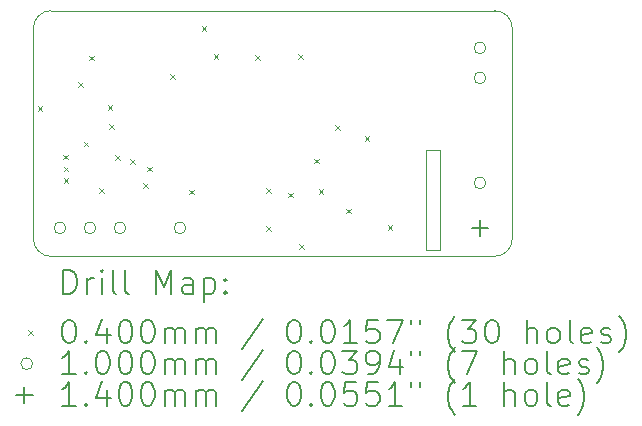
<source format=gbr>
%TF.GenerationSoftware,KiCad,Pcbnew,8.99.0-1513-g7fef6e8d83*%
%TF.CreationDate,2024-06-23T17:30:42+12:00*%
%TF.ProjectId,SafePulse,53616665-5075-46c7-9365-2e6b69636164,V1.2.4*%
%TF.SameCoordinates,PX78d49e0PY49c7f08*%
%TF.FileFunction,Drillmap*%
%TF.FilePolarity,Positive*%
%FSLAX45Y45*%
G04 Gerber Fmt 4.5, Leading zero omitted, Abs format (unit mm)*
G04 Created by KiCad (PCBNEW 8.99.0-1513-g7fef6e8d83) date 2024-06-23 17:30:42*
%MOMM*%
%LPD*%
G01*
G04 APERTURE LIST*
%ADD10C,0.100000*%
%ADD11C,0.200000*%
%ADD12C,0.140000*%
G04 APERTURE END LIST*
D10*
X4010000Y90000D02*
G75*
G02*
X3860000Y-60000I-150000J0D01*
G01*
X3860000Y-60000D02*
X103800Y-60000D01*
X4010000Y1870000D02*
X4010000Y90000D01*
X-46200Y1870000D02*
G75*
G02*
X103800Y2020000I150000J0D01*
G01*
X3860000Y2020000D02*
G75*
G02*
X4010000Y1870000I0J-150000D01*
G01*
X3275000Y844000D02*
X3395000Y844000D01*
X3395000Y-10000D01*
X3275000Y-10000D01*
X3275000Y844000D01*
X3860000Y2020000D02*
X103800Y2020000D01*
X103800Y-60000D02*
G75*
G02*
X-46200Y90000I0J150000D01*
G01*
X-46200Y90000D02*
X-46200Y1870000D01*
D11*
D10*
X-10000Y1210000D02*
X30000Y1170000D01*
X30000Y1210000D02*
X-10000Y1170000D01*
X205000Y800000D02*
X245000Y760000D01*
X245000Y800000D02*
X205000Y760000D01*
X210000Y700000D02*
X250000Y660000D01*
X250000Y700000D02*
X210000Y660000D01*
X210000Y600000D02*
X250000Y560000D01*
X250000Y600000D02*
X210000Y560000D01*
X335000Y1415000D02*
X375000Y1375000D01*
X375000Y1415000D02*
X335000Y1375000D01*
X380000Y910000D02*
X420000Y870000D01*
X420000Y910000D02*
X380000Y870000D01*
X425000Y1640000D02*
X465000Y1600000D01*
X465000Y1640000D02*
X425000Y1600000D01*
X510000Y520000D02*
X550000Y480000D01*
X550000Y520000D02*
X510000Y480000D01*
X583000Y1217000D02*
X623000Y1177000D01*
X623000Y1217000D02*
X583000Y1177000D01*
X595000Y1060000D02*
X635000Y1020000D01*
X635000Y1060000D02*
X595000Y1020000D01*
X650000Y795000D02*
X690000Y755000D01*
X690000Y795000D02*
X650000Y755000D01*
X775000Y765000D02*
X815000Y725000D01*
X815000Y765000D02*
X775000Y725000D01*
X886470Y562390D02*
X926470Y522390D01*
X926470Y562390D02*
X886470Y522390D01*
X920000Y700000D02*
X960000Y660000D01*
X960000Y700000D02*
X920000Y660000D01*
X1110130Y1482583D02*
X1150130Y1442583D01*
X1150130Y1482583D02*
X1110130Y1442583D01*
X1273450Y504800D02*
X1313450Y464800D01*
X1313450Y504800D02*
X1273450Y464800D01*
X1380000Y1890000D02*
X1420000Y1850000D01*
X1420000Y1890000D02*
X1380000Y1850000D01*
X1480000Y1650000D02*
X1520000Y1610000D01*
X1520000Y1650000D02*
X1480000Y1610000D01*
X1830000Y1645118D02*
X1870000Y1605118D01*
X1870000Y1645118D02*
X1830000Y1605118D01*
X1924675Y193380D02*
X1964675Y153380D01*
X1964675Y193380D02*
X1924675Y153380D01*
X1925000Y515000D02*
X1965000Y475000D01*
X1965000Y515000D02*
X1925000Y475000D01*
X2112000Y479500D02*
X2152000Y439500D01*
X2152000Y479500D02*
X2112000Y439500D01*
X2196144Y1651513D02*
X2236144Y1611513D01*
X2236144Y1651513D02*
X2196144Y1611513D01*
X2205000Y45150D02*
X2245000Y5150D01*
X2245000Y45150D02*
X2205000Y5150D01*
X2335000Y766350D02*
X2375000Y726350D01*
X2375000Y766350D02*
X2335000Y726350D01*
X2370000Y510000D02*
X2410000Y470000D01*
X2410000Y510000D02*
X2370000Y470000D01*
X2510000Y1050000D02*
X2550000Y1010000D01*
X2550000Y1050000D02*
X2510000Y1010000D01*
X2601980Y343340D02*
X2641980Y303340D01*
X2641980Y343340D02*
X2601980Y303340D01*
X2760000Y956500D02*
X2800000Y916500D01*
X2800000Y956500D02*
X2760000Y916500D01*
X2955000Y205000D02*
X2995000Y165000D01*
X2995000Y205000D02*
X2955000Y165000D01*
X230000Y180000D02*
G75*
G02*
X130000Y180000I-50000J0D01*
G01*
X130000Y180000D02*
G75*
G02*
X230000Y180000I50000J0D01*
G01*
X484000Y180000D02*
G75*
G02*
X384000Y180000I-50000J0D01*
G01*
X384000Y180000D02*
G75*
G02*
X484000Y180000I50000J0D01*
G01*
X738000Y180000D02*
G75*
G02*
X638000Y180000I-50000J0D01*
G01*
X638000Y180000D02*
G75*
G02*
X738000Y180000I50000J0D01*
G01*
X1246000Y180000D02*
G75*
G02*
X1146000Y180000I-50000J0D01*
G01*
X1146000Y180000D02*
G75*
G02*
X1246000Y180000I50000J0D01*
G01*
X3786000Y1704000D02*
G75*
G02*
X3686000Y1704000I-50000J0D01*
G01*
X3686000Y1704000D02*
G75*
G02*
X3786000Y1704000I50000J0D01*
G01*
X3786000Y1450000D02*
G75*
G02*
X3686000Y1450000I-50000J0D01*
G01*
X3686000Y1450000D02*
G75*
G02*
X3786000Y1450000I50000J0D01*
G01*
X3786000Y561000D02*
G75*
G02*
X3686000Y561000I-50000J0D01*
G01*
X3686000Y561000D02*
G75*
G02*
X3786000Y561000I50000J0D01*
G01*
D12*
X3736000Y250000D02*
X3736000Y110000D01*
X3666000Y180000D02*
X3806000Y180000D01*
D11*
X209577Y-376484D02*
X209577Y-176484D01*
X209577Y-176484D02*
X257196Y-176484D01*
X257196Y-176484D02*
X285767Y-186008D01*
X285767Y-186008D02*
X304815Y-205055D01*
X304815Y-205055D02*
X314339Y-224103D01*
X314339Y-224103D02*
X323863Y-262198D01*
X323863Y-262198D02*
X323863Y-290770D01*
X323863Y-290770D02*
X314339Y-328865D01*
X314339Y-328865D02*
X304815Y-347912D01*
X304815Y-347912D02*
X285767Y-366960D01*
X285767Y-366960D02*
X257196Y-376484D01*
X257196Y-376484D02*
X209577Y-376484D01*
X409577Y-376484D02*
X409577Y-243150D01*
X409577Y-281246D02*
X419101Y-262198D01*
X419101Y-262198D02*
X428624Y-252674D01*
X428624Y-252674D02*
X447672Y-243150D01*
X447672Y-243150D02*
X466720Y-243150D01*
X533386Y-376484D02*
X533386Y-243150D01*
X533386Y-176484D02*
X523862Y-186008D01*
X523862Y-186008D02*
X533386Y-195531D01*
X533386Y-195531D02*
X542910Y-186008D01*
X542910Y-186008D02*
X533386Y-176484D01*
X533386Y-176484D02*
X533386Y-195531D01*
X657196Y-376484D02*
X638148Y-366960D01*
X638148Y-366960D02*
X628624Y-347912D01*
X628624Y-347912D02*
X628624Y-176484D01*
X761958Y-376484D02*
X742910Y-366960D01*
X742910Y-366960D02*
X733386Y-347912D01*
X733386Y-347912D02*
X733386Y-176484D01*
X990529Y-376484D02*
X990529Y-176484D01*
X990529Y-176484D02*
X1057196Y-319341D01*
X1057196Y-319341D02*
X1123863Y-176484D01*
X1123863Y-176484D02*
X1123863Y-376484D01*
X1304815Y-376484D02*
X1304815Y-271722D01*
X1304815Y-271722D02*
X1295291Y-252674D01*
X1295291Y-252674D02*
X1276244Y-243150D01*
X1276244Y-243150D02*
X1238148Y-243150D01*
X1238148Y-243150D02*
X1219101Y-252674D01*
X1304815Y-366960D02*
X1285767Y-376484D01*
X1285767Y-376484D02*
X1238148Y-376484D01*
X1238148Y-376484D02*
X1219101Y-366960D01*
X1219101Y-366960D02*
X1209577Y-347912D01*
X1209577Y-347912D02*
X1209577Y-328865D01*
X1209577Y-328865D02*
X1219101Y-309817D01*
X1219101Y-309817D02*
X1238148Y-300293D01*
X1238148Y-300293D02*
X1285767Y-300293D01*
X1285767Y-300293D02*
X1304815Y-290770D01*
X1400053Y-243150D02*
X1400053Y-443150D01*
X1400053Y-252674D02*
X1419101Y-243150D01*
X1419101Y-243150D02*
X1457196Y-243150D01*
X1457196Y-243150D02*
X1476243Y-252674D01*
X1476243Y-252674D02*
X1485767Y-262198D01*
X1485767Y-262198D02*
X1495291Y-281246D01*
X1495291Y-281246D02*
X1495291Y-338389D01*
X1495291Y-338389D02*
X1485767Y-357436D01*
X1485767Y-357436D02*
X1476243Y-366960D01*
X1476243Y-366960D02*
X1457196Y-376484D01*
X1457196Y-376484D02*
X1419101Y-376484D01*
X1419101Y-376484D02*
X1400053Y-366960D01*
X1581005Y-357436D02*
X1590529Y-366960D01*
X1590529Y-366960D02*
X1581005Y-376484D01*
X1581005Y-376484D02*
X1571482Y-366960D01*
X1571482Y-366960D02*
X1581005Y-357436D01*
X1581005Y-357436D02*
X1581005Y-376484D01*
X1581005Y-252674D02*
X1590529Y-262198D01*
X1590529Y-262198D02*
X1581005Y-271722D01*
X1581005Y-271722D02*
X1571482Y-262198D01*
X1571482Y-262198D02*
X1581005Y-252674D01*
X1581005Y-252674D02*
X1581005Y-271722D01*
D10*
X-91200Y-685000D02*
X-51200Y-725000D01*
X-51200Y-685000D02*
X-91200Y-725000D01*
D11*
X247672Y-596484D02*
X266720Y-596484D01*
X266720Y-596484D02*
X285767Y-606008D01*
X285767Y-606008D02*
X295291Y-615531D01*
X295291Y-615531D02*
X304815Y-634579D01*
X304815Y-634579D02*
X314339Y-672674D01*
X314339Y-672674D02*
X314339Y-720293D01*
X314339Y-720293D02*
X304815Y-758388D01*
X304815Y-758388D02*
X295291Y-777436D01*
X295291Y-777436D02*
X285767Y-786960D01*
X285767Y-786960D02*
X266720Y-796484D01*
X266720Y-796484D02*
X247672Y-796484D01*
X247672Y-796484D02*
X228624Y-786960D01*
X228624Y-786960D02*
X219101Y-777436D01*
X219101Y-777436D02*
X209577Y-758388D01*
X209577Y-758388D02*
X200053Y-720293D01*
X200053Y-720293D02*
X200053Y-672674D01*
X200053Y-672674D02*
X209577Y-634579D01*
X209577Y-634579D02*
X219101Y-615531D01*
X219101Y-615531D02*
X228624Y-606008D01*
X228624Y-606008D02*
X247672Y-596484D01*
X400053Y-777436D02*
X409577Y-786960D01*
X409577Y-786960D02*
X400053Y-796484D01*
X400053Y-796484D02*
X390529Y-786960D01*
X390529Y-786960D02*
X400053Y-777436D01*
X400053Y-777436D02*
X400053Y-796484D01*
X581005Y-663150D02*
X581005Y-796484D01*
X533386Y-586960D02*
X485767Y-729817D01*
X485767Y-729817D02*
X609577Y-729817D01*
X723862Y-596484D02*
X742910Y-596484D01*
X742910Y-596484D02*
X761958Y-606008D01*
X761958Y-606008D02*
X771482Y-615531D01*
X771482Y-615531D02*
X781005Y-634579D01*
X781005Y-634579D02*
X790529Y-672674D01*
X790529Y-672674D02*
X790529Y-720293D01*
X790529Y-720293D02*
X781005Y-758388D01*
X781005Y-758388D02*
X771482Y-777436D01*
X771482Y-777436D02*
X761958Y-786960D01*
X761958Y-786960D02*
X742910Y-796484D01*
X742910Y-796484D02*
X723862Y-796484D01*
X723862Y-796484D02*
X704815Y-786960D01*
X704815Y-786960D02*
X695291Y-777436D01*
X695291Y-777436D02*
X685767Y-758388D01*
X685767Y-758388D02*
X676244Y-720293D01*
X676244Y-720293D02*
X676244Y-672674D01*
X676244Y-672674D02*
X685767Y-634579D01*
X685767Y-634579D02*
X695291Y-615531D01*
X695291Y-615531D02*
X704815Y-606008D01*
X704815Y-606008D02*
X723862Y-596484D01*
X914339Y-596484D02*
X933386Y-596484D01*
X933386Y-596484D02*
X952434Y-606008D01*
X952434Y-606008D02*
X961958Y-615531D01*
X961958Y-615531D02*
X971482Y-634579D01*
X971482Y-634579D02*
X981005Y-672674D01*
X981005Y-672674D02*
X981005Y-720293D01*
X981005Y-720293D02*
X971482Y-758388D01*
X971482Y-758388D02*
X961958Y-777436D01*
X961958Y-777436D02*
X952434Y-786960D01*
X952434Y-786960D02*
X933386Y-796484D01*
X933386Y-796484D02*
X914339Y-796484D01*
X914339Y-796484D02*
X895291Y-786960D01*
X895291Y-786960D02*
X885767Y-777436D01*
X885767Y-777436D02*
X876243Y-758388D01*
X876243Y-758388D02*
X866720Y-720293D01*
X866720Y-720293D02*
X866720Y-672674D01*
X866720Y-672674D02*
X876243Y-634579D01*
X876243Y-634579D02*
X885767Y-615531D01*
X885767Y-615531D02*
X895291Y-606008D01*
X895291Y-606008D02*
X914339Y-596484D01*
X1066720Y-796484D02*
X1066720Y-663150D01*
X1066720Y-682198D02*
X1076244Y-672674D01*
X1076244Y-672674D02*
X1095291Y-663150D01*
X1095291Y-663150D02*
X1123863Y-663150D01*
X1123863Y-663150D02*
X1142910Y-672674D01*
X1142910Y-672674D02*
X1152434Y-691722D01*
X1152434Y-691722D02*
X1152434Y-796484D01*
X1152434Y-691722D02*
X1161958Y-672674D01*
X1161958Y-672674D02*
X1181005Y-663150D01*
X1181005Y-663150D02*
X1209577Y-663150D01*
X1209577Y-663150D02*
X1228625Y-672674D01*
X1228625Y-672674D02*
X1238148Y-691722D01*
X1238148Y-691722D02*
X1238148Y-796484D01*
X1333386Y-796484D02*
X1333386Y-663150D01*
X1333386Y-682198D02*
X1342910Y-672674D01*
X1342910Y-672674D02*
X1361958Y-663150D01*
X1361958Y-663150D02*
X1390529Y-663150D01*
X1390529Y-663150D02*
X1409577Y-672674D01*
X1409577Y-672674D02*
X1419101Y-691722D01*
X1419101Y-691722D02*
X1419101Y-796484D01*
X1419101Y-691722D02*
X1428624Y-672674D01*
X1428624Y-672674D02*
X1447672Y-663150D01*
X1447672Y-663150D02*
X1476243Y-663150D01*
X1476243Y-663150D02*
X1495291Y-672674D01*
X1495291Y-672674D02*
X1504815Y-691722D01*
X1504815Y-691722D02*
X1504815Y-796484D01*
X1895291Y-586960D02*
X1723863Y-844103D01*
X2152434Y-596484D02*
X2171482Y-596484D01*
X2171482Y-596484D02*
X2190529Y-606008D01*
X2190529Y-606008D02*
X2200053Y-615531D01*
X2200053Y-615531D02*
X2209577Y-634579D01*
X2209577Y-634579D02*
X2219101Y-672674D01*
X2219101Y-672674D02*
X2219101Y-720293D01*
X2219101Y-720293D02*
X2209577Y-758388D01*
X2209577Y-758388D02*
X2200053Y-777436D01*
X2200053Y-777436D02*
X2190529Y-786960D01*
X2190529Y-786960D02*
X2171482Y-796484D01*
X2171482Y-796484D02*
X2152434Y-796484D01*
X2152434Y-796484D02*
X2133387Y-786960D01*
X2133387Y-786960D02*
X2123863Y-777436D01*
X2123863Y-777436D02*
X2114339Y-758388D01*
X2114339Y-758388D02*
X2104815Y-720293D01*
X2104815Y-720293D02*
X2104815Y-672674D01*
X2104815Y-672674D02*
X2114339Y-634579D01*
X2114339Y-634579D02*
X2123863Y-615531D01*
X2123863Y-615531D02*
X2133387Y-606008D01*
X2133387Y-606008D02*
X2152434Y-596484D01*
X2304815Y-777436D02*
X2314339Y-786960D01*
X2314339Y-786960D02*
X2304815Y-796484D01*
X2304815Y-796484D02*
X2295291Y-786960D01*
X2295291Y-786960D02*
X2304815Y-777436D01*
X2304815Y-777436D02*
X2304815Y-796484D01*
X2438148Y-596484D02*
X2457196Y-596484D01*
X2457196Y-596484D02*
X2476244Y-606008D01*
X2476244Y-606008D02*
X2485768Y-615531D01*
X2485768Y-615531D02*
X2495291Y-634579D01*
X2495291Y-634579D02*
X2504815Y-672674D01*
X2504815Y-672674D02*
X2504815Y-720293D01*
X2504815Y-720293D02*
X2495291Y-758388D01*
X2495291Y-758388D02*
X2485768Y-777436D01*
X2485768Y-777436D02*
X2476244Y-786960D01*
X2476244Y-786960D02*
X2457196Y-796484D01*
X2457196Y-796484D02*
X2438148Y-796484D01*
X2438148Y-796484D02*
X2419101Y-786960D01*
X2419101Y-786960D02*
X2409577Y-777436D01*
X2409577Y-777436D02*
X2400053Y-758388D01*
X2400053Y-758388D02*
X2390529Y-720293D01*
X2390529Y-720293D02*
X2390529Y-672674D01*
X2390529Y-672674D02*
X2400053Y-634579D01*
X2400053Y-634579D02*
X2409577Y-615531D01*
X2409577Y-615531D02*
X2419101Y-606008D01*
X2419101Y-606008D02*
X2438148Y-596484D01*
X2695291Y-796484D02*
X2581006Y-796484D01*
X2638148Y-796484D02*
X2638148Y-596484D01*
X2638148Y-596484D02*
X2619101Y-625055D01*
X2619101Y-625055D02*
X2600053Y-644103D01*
X2600053Y-644103D02*
X2581006Y-653627D01*
X2876244Y-596484D02*
X2781006Y-596484D01*
X2781006Y-596484D02*
X2771482Y-691722D01*
X2771482Y-691722D02*
X2781006Y-682198D01*
X2781006Y-682198D02*
X2800053Y-672674D01*
X2800053Y-672674D02*
X2847672Y-672674D01*
X2847672Y-672674D02*
X2866720Y-682198D01*
X2866720Y-682198D02*
X2876244Y-691722D01*
X2876244Y-691722D02*
X2885767Y-710769D01*
X2885767Y-710769D02*
X2885767Y-758388D01*
X2885767Y-758388D02*
X2876244Y-777436D01*
X2876244Y-777436D02*
X2866720Y-786960D01*
X2866720Y-786960D02*
X2847672Y-796484D01*
X2847672Y-796484D02*
X2800053Y-796484D01*
X2800053Y-796484D02*
X2781006Y-786960D01*
X2781006Y-786960D02*
X2771482Y-777436D01*
X2952434Y-596484D02*
X3085767Y-596484D01*
X3085767Y-596484D02*
X3000053Y-796484D01*
X3152434Y-596484D02*
X3152434Y-634579D01*
X3228625Y-596484D02*
X3228625Y-634579D01*
X3523863Y-872674D02*
X3514339Y-863150D01*
X3514339Y-863150D02*
X3495291Y-834579D01*
X3495291Y-834579D02*
X3485768Y-815531D01*
X3485768Y-815531D02*
X3476244Y-786960D01*
X3476244Y-786960D02*
X3466720Y-739341D01*
X3466720Y-739341D02*
X3466720Y-701246D01*
X3466720Y-701246D02*
X3476244Y-653627D01*
X3476244Y-653627D02*
X3485768Y-625055D01*
X3485768Y-625055D02*
X3495291Y-606008D01*
X3495291Y-606008D02*
X3514339Y-577436D01*
X3514339Y-577436D02*
X3523863Y-567912D01*
X3581006Y-596484D02*
X3704815Y-596484D01*
X3704815Y-596484D02*
X3638148Y-672674D01*
X3638148Y-672674D02*
X3666720Y-672674D01*
X3666720Y-672674D02*
X3685768Y-682198D01*
X3685768Y-682198D02*
X3695291Y-691722D01*
X3695291Y-691722D02*
X3704815Y-710769D01*
X3704815Y-710769D02*
X3704815Y-758388D01*
X3704815Y-758388D02*
X3695291Y-777436D01*
X3695291Y-777436D02*
X3685768Y-786960D01*
X3685768Y-786960D02*
X3666720Y-796484D01*
X3666720Y-796484D02*
X3609577Y-796484D01*
X3609577Y-796484D02*
X3590529Y-786960D01*
X3590529Y-786960D02*
X3581006Y-777436D01*
X3828625Y-596484D02*
X3847672Y-596484D01*
X3847672Y-596484D02*
X3866720Y-606008D01*
X3866720Y-606008D02*
X3876244Y-615531D01*
X3876244Y-615531D02*
X3885768Y-634579D01*
X3885768Y-634579D02*
X3895291Y-672674D01*
X3895291Y-672674D02*
X3895291Y-720293D01*
X3895291Y-720293D02*
X3885768Y-758388D01*
X3885768Y-758388D02*
X3876244Y-777436D01*
X3876244Y-777436D02*
X3866720Y-786960D01*
X3866720Y-786960D02*
X3847672Y-796484D01*
X3847672Y-796484D02*
X3828625Y-796484D01*
X3828625Y-796484D02*
X3809577Y-786960D01*
X3809577Y-786960D02*
X3800053Y-777436D01*
X3800053Y-777436D02*
X3790529Y-758388D01*
X3790529Y-758388D02*
X3781006Y-720293D01*
X3781006Y-720293D02*
X3781006Y-672674D01*
X3781006Y-672674D02*
X3790529Y-634579D01*
X3790529Y-634579D02*
X3800053Y-615531D01*
X3800053Y-615531D02*
X3809577Y-606008D01*
X3809577Y-606008D02*
X3828625Y-596484D01*
X4133387Y-796484D02*
X4133387Y-596484D01*
X4219101Y-796484D02*
X4219101Y-691722D01*
X4219101Y-691722D02*
X4209577Y-672674D01*
X4209577Y-672674D02*
X4190530Y-663150D01*
X4190530Y-663150D02*
X4161958Y-663150D01*
X4161958Y-663150D02*
X4142910Y-672674D01*
X4142910Y-672674D02*
X4133387Y-682198D01*
X4342911Y-796484D02*
X4323863Y-786960D01*
X4323863Y-786960D02*
X4314339Y-777436D01*
X4314339Y-777436D02*
X4304815Y-758388D01*
X4304815Y-758388D02*
X4304815Y-701246D01*
X4304815Y-701246D02*
X4314339Y-682198D01*
X4314339Y-682198D02*
X4323863Y-672674D01*
X4323863Y-672674D02*
X4342911Y-663150D01*
X4342911Y-663150D02*
X4371482Y-663150D01*
X4371482Y-663150D02*
X4390530Y-672674D01*
X4390530Y-672674D02*
X4400053Y-682198D01*
X4400053Y-682198D02*
X4409577Y-701246D01*
X4409577Y-701246D02*
X4409577Y-758388D01*
X4409577Y-758388D02*
X4400053Y-777436D01*
X4400053Y-777436D02*
X4390530Y-786960D01*
X4390530Y-786960D02*
X4371482Y-796484D01*
X4371482Y-796484D02*
X4342911Y-796484D01*
X4523863Y-796484D02*
X4504815Y-786960D01*
X4504815Y-786960D02*
X4495292Y-767912D01*
X4495292Y-767912D02*
X4495292Y-596484D01*
X4676244Y-786960D02*
X4657196Y-796484D01*
X4657196Y-796484D02*
X4619101Y-796484D01*
X4619101Y-796484D02*
X4600053Y-786960D01*
X4600053Y-786960D02*
X4590530Y-767912D01*
X4590530Y-767912D02*
X4590530Y-691722D01*
X4590530Y-691722D02*
X4600053Y-672674D01*
X4600053Y-672674D02*
X4619101Y-663150D01*
X4619101Y-663150D02*
X4657196Y-663150D01*
X4657196Y-663150D02*
X4676244Y-672674D01*
X4676244Y-672674D02*
X4685768Y-691722D01*
X4685768Y-691722D02*
X4685768Y-710769D01*
X4685768Y-710769D02*
X4590530Y-729817D01*
X4761958Y-786960D02*
X4781006Y-796484D01*
X4781006Y-796484D02*
X4819101Y-796484D01*
X4819101Y-796484D02*
X4838149Y-786960D01*
X4838149Y-786960D02*
X4847673Y-767912D01*
X4847673Y-767912D02*
X4847673Y-758388D01*
X4847673Y-758388D02*
X4838149Y-739341D01*
X4838149Y-739341D02*
X4819101Y-729817D01*
X4819101Y-729817D02*
X4790530Y-729817D01*
X4790530Y-729817D02*
X4771482Y-720293D01*
X4771482Y-720293D02*
X4761958Y-701246D01*
X4761958Y-701246D02*
X4761958Y-691722D01*
X4761958Y-691722D02*
X4771482Y-672674D01*
X4771482Y-672674D02*
X4790530Y-663150D01*
X4790530Y-663150D02*
X4819101Y-663150D01*
X4819101Y-663150D02*
X4838149Y-672674D01*
X4914339Y-872674D02*
X4923863Y-863150D01*
X4923863Y-863150D02*
X4942911Y-834579D01*
X4942911Y-834579D02*
X4952434Y-815531D01*
X4952434Y-815531D02*
X4961958Y-786960D01*
X4961958Y-786960D02*
X4971482Y-739341D01*
X4971482Y-739341D02*
X4971482Y-701246D01*
X4971482Y-701246D02*
X4961958Y-653627D01*
X4961958Y-653627D02*
X4952434Y-625055D01*
X4952434Y-625055D02*
X4942911Y-606008D01*
X4942911Y-606008D02*
X4923863Y-577436D01*
X4923863Y-577436D02*
X4914339Y-567912D01*
D10*
X-51200Y-969000D02*
G75*
G02*
X-151200Y-969000I-50000J0D01*
G01*
X-151200Y-969000D02*
G75*
G02*
X-51200Y-969000I50000J0D01*
G01*
D11*
X314339Y-1060484D02*
X200053Y-1060484D01*
X257196Y-1060484D02*
X257196Y-860484D01*
X257196Y-860484D02*
X238148Y-889055D01*
X238148Y-889055D02*
X219101Y-908103D01*
X219101Y-908103D02*
X200053Y-917627D01*
X400053Y-1041436D02*
X409577Y-1050960D01*
X409577Y-1050960D02*
X400053Y-1060484D01*
X400053Y-1060484D02*
X390529Y-1050960D01*
X390529Y-1050960D02*
X400053Y-1041436D01*
X400053Y-1041436D02*
X400053Y-1060484D01*
X533386Y-860484D02*
X552434Y-860484D01*
X552434Y-860484D02*
X571482Y-870008D01*
X571482Y-870008D02*
X581005Y-879531D01*
X581005Y-879531D02*
X590529Y-898579D01*
X590529Y-898579D02*
X600053Y-936674D01*
X600053Y-936674D02*
X600053Y-984293D01*
X600053Y-984293D02*
X590529Y-1022388D01*
X590529Y-1022388D02*
X581005Y-1041436D01*
X581005Y-1041436D02*
X571482Y-1050960D01*
X571482Y-1050960D02*
X552434Y-1060484D01*
X552434Y-1060484D02*
X533386Y-1060484D01*
X533386Y-1060484D02*
X514339Y-1050960D01*
X514339Y-1050960D02*
X504815Y-1041436D01*
X504815Y-1041436D02*
X495291Y-1022388D01*
X495291Y-1022388D02*
X485767Y-984293D01*
X485767Y-984293D02*
X485767Y-936674D01*
X485767Y-936674D02*
X495291Y-898579D01*
X495291Y-898579D02*
X504815Y-879531D01*
X504815Y-879531D02*
X514339Y-870008D01*
X514339Y-870008D02*
X533386Y-860484D01*
X723862Y-860484D02*
X742910Y-860484D01*
X742910Y-860484D02*
X761958Y-870008D01*
X761958Y-870008D02*
X771482Y-879531D01*
X771482Y-879531D02*
X781005Y-898579D01*
X781005Y-898579D02*
X790529Y-936674D01*
X790529Y-936674D02*
X790529Y-984293D01*
X790529Y-984293D02*
X781005Y-1022388D01*
X781005Y-1022388D02*
X771482Y-1041436D01*
X771482Y-1041436D02*
X761958Y-1050960D01*
X761958Y-1050960D02*
X742910Y-1060484D01*
X742910Y-1060484D02*
X723862Y-1060484D01*
X723862Y-1060484D02*
X704815Y-1050960D01*
X704815Y-1050960D02*
X695291Y-1041436D01*
X695291Y-1041436D02*
X685767Y-1022388D01*
X685767Y-1022388D02*
X676244Y-984293D01*
X676244Y-984293D02*
X676244Y-936674D01*
X676244Y-936674D02*
X685767Y-898579D01*
X685767Y-898579D02*
X695291Y-879531D01*
X695291Y-879531D02*
X704815Y-870008D01*
X704815Y-870008D02*
X723862Y-860484D01*
X914339Y-860484D02*
X933386Y-860484D01*
X933386Y-860484D02*
X952434Y-870008D01*
X952434Y-870008D02*
X961958Y-879531D01*
X961958Y-879531D02*
X971482Y-898579D01*
X971482Y-898579D02*
X981005Y-936674D01*
X981005Y-936674D02*
X981005Y-984293D01*
X981005Y-984293D02*
X971482Y-1022388D01*
X971482Y-1022388D02*
X961958Y-1041436D01*
X961958Y-1041436D02*
X952434Y-1050960D01*
X952434Y-1050960D02*
X933386Y-1060484D01*
X933386Y-1060484D02*
X914339Y-1060484D01*
X914339Y-1060484D02*
X895291Y-1050960D01*
X895291Y-1050960D02*
X885767Y-1041436D01*
X885767Y-1041436D02*
X876243Y-1022388D01*
X876243Y-1022388D02*
X866720Y-984293D01*
X866720Y-984293D02*
X866720Y-936674D01*
X866720Y-936674D02*
X876243Y-898579D01*
X876243Y-898579D02*
X885767Y-879531D01*
X885767Y-879531D02*
X895291Y-870008D01*
X895291Y-870008D02*
X914339Y-860484D01*
X1066720Y-1060484D02*
X1066720Y-927150D01*
X1066720Y-946198D02*
X1076244Y-936674D01*
X1076244Y-936674D02*
X1095291Y-927150D01*
X1095291Y-927150D02*
X1123863Y-927150D01*
X1123863Y-927150D02*
X1142910Y-936674D01*
X1142910Y-936674D02*
X1152434Y-955722D01*
X1152434Y-955722D02*
X1152434Y-1060484D01*
X1152434Y-955722D02*
X1161958Y-936674D01*
X1161958Y-936674D02*
X1181005Y-927150D01*
X1181005Y-927150D02*
X1209577Y-927150D01*
X1209577Y-927150D02*
X1228625Y-936674D01*
X1228625Y-936674D02*
X1238148Y-955722D01*
X1238148Y-955722D02*
X1238148Y-1060484D01*
X1333386Y-1060484D02*
X1333386Y-927150D01*
X1333386Y-946198D02*
X1342910Y-936674D01*
X1342910Y-936674D02*
X1361958Y-927150D01*
X1361958Y-927150D02*
X1390529Y-927150D01*
X1390529Y-927150D02*
X1409577Y-936674D01*
X1409577Y-936674D02*
X1419101Y-955722D01*
X1419101Y-955722D02*
X1419101Y-1060484D01*
X1419101Y-955722D02*
X1428624Y-936674D01*
X1428624Y-936674D02*
X1447672Y-927150D01*
X1447672Y-927150D02*
X1476243Y-927150D01*
X1476243Y-927150D02*
X1495291Y-936674D01*
X1495291Y-936674D02*
X1504815Y-955722D01*
X1504815Y-955722D02*
X1504815Y-1060484D01*
X1895291Y-850960D02*
X1723863Y-1108103D01*
X2152434Y-860484D02*
X2171482Y-860484D01*
X2171482Y-860484D02*
X2190529Y-870008D01*
X2190529Y-870008D02*
X2200053Y-879531D01*
X2200053Y-879531D02*
X2209577Y-898579D01*
X2209577Y-898579D02*
X2219101Y-936674D01*
X2219101Y-936674D02*
X2219101Y-984293D01*
X2219101Y-984293D02*
X2209577Y-1022388D01*
X2209577Y-1022388D02*
X2200053Y-1041436D01*
X2200053Y-1041436D02*
X2190529Y-1050960D01*
X2190529Y-1050960D02*
X2171482Y-1060484D01*
X2171482Y-1060484D02*
X2152434Y-1060484D01*
X2152434Y-1060484D02*
X2133387Y-1050960D01*
X2133387Y-1050960D02*
X2123863Y-1041436D01*
X2123863Y-1041436D02*
X2114339Y-1022388D01*
X2114339Y-1022388D02*
X2104815Y-984293D01*
X2104815Y-984293D02*
X2104815Y-936674D01*
X2104815Y-936674D02*
X2114339Y-898579D01*
X2114339Y-898579D02*
X2123863Y-879531D01*
X2123863Y-879531D02*
X2133387Y-870008D01*
X2133387Y-870008D02*
X2152434Y-860484D01*
X2304815Y-1041436D02*
X2314339Y-1050960D01*
X2314339Y-1050960D02*
X2304815Y-1060484D01*
X2304815Y-1060484D02*
X2295291Y-1050960D01*
X2295291Y-1050960D02*
X2304815Y-1041436D01*
X2304815Y-1041436D02*
X2304815Y-1060484D01*
X2438148Y-860484D02*
X2457196Y-860484D01*
X2457196Y-860484D02*
X2476244Y-870008D01*
X2476244Y-870008D02*
X2485768Y-879531D01*
X2485768Y-879531D02*
X2495291Y-898579D01*
X2495291Y-898579D02*
X2504815Y-936674D01*
X2504815Y-936674D02*
X2504815Y-984293D01*
X2504815Y-984293D02*
X2495291Y-1022388D01*
X2495291Y-1022388D02*
X2485768Y-1041436D01*
X2485768Y-1041436D02*
X2476244Y-1050960D01*
X2476244Y-1050960D02*
X2457196Y-1060484D01*
X2457196Y-1060484D02*
X2438148Y-1060484D01*
X2438148Y-1060484D02*
X2419101Y-1050960D01*
X2419101Y-1050960D02*
X2409577Y-1041436D01*
X2409577Y-1041436D02*
X2400053Y-1022388D01*
X2400053Y-1022388D02*
X2390529Y-984293D01*
X2390529Y-984293D02*
X2390529Y-936674D01*
X2390529Y-936674D02*
X2400053Y-898579D01*
X2400053Y-898579D02*
X2409577Y-879531D01*
X2409577Y-879531D02*
X2419101Y-870008D01*
X2419101Y-870008D02*
X2438148Y-860484D01*
X2571482Y-860484D02*
X2695291Y-860484D01*
X2695291Y-860484D02*
X2628625Y-936674D01*
X2628625Y-936674D02*
X2657196Y-936674D01*
X2657196Y-936674D02*
X2676244Y-946198D01*
X2676244Y-946198D02*
X2685768Y-955722D01*
X2685768Y-955722D02*
X2695291Y-974769D01*
X2695291Y-974769D02*
X2695291Y-1022388D01*
X2695291Y-1022388D02*
X2685768Y-1041436D01*
X2685768Y-1041436D02*
X2676244Y-1050960D01*
X2676244Y-1050960D02*
X2657196Y-1060484D01*
X2657196Y-1060484D02*
X2600053Y-1060484D01*
X2600053Y-1060484D02*
X2581006Y-1050960D01*
X2581006Y-1050960D02*
X2571482Y-1041436D01*
X2790529Y-1060484D02*
X2828625Y-1060484D01*
X2828625Y-1060484D02*
X2847672Y-1050960D01*
X2847672Y-1050960D02*
X2857196Y-1041436D01*
X2857196Y-1041436D02*
X2876244Y-1012865D01*
X2876244Y-1012865D02*
X2885767Y-974769D01*
X2885767Y-974769D02*
X2885767Y-898579D01*
X2885767Y-898579D02*
X2876244Y-879531D01*
X2876244Y-879531D02*
X2866720Y-870008D01*
X2866720Y-870008D02*
X2847672Y-860484D01*
X2847672Y-860484D02*
X2809577Y-860484D01*
X2809577Y-860484D02*
X2790529Y-870008D01*
X2790529Y-870008D02*
X2781006Y-879531D01*
X2781006Y-879531D02*
X2771482Y-898579D01*
X2771482Y-898579D02*
X2771482Y-946198D01*
X2771482Y-946198D02*
X2781006Y-965246D01*
X2781006Y-965246D02*
X2790529Y-974769D01*
X2790529Y-974769D02*
X2809577Y-984293D01*
X2809577Y-984293D02*
X2847672Y-984293D01*
X2847672Y-984293D02*
X2866720Y-974769D01*
X2866720Y-974769D02*
X2876244Y-965246D01*
X2876244Y-965246D02*
X2885767Y-946198D01*
X3057196Y-927150D02*
X3057196Y-1060484D01*
X3009577Y-850960D02*
X2961958Y-993817D01*
X2961958Y-993817D02*
X3085767Y-993817D01*
X3152434Y-860484D02*
X3152434Y-898579D01*
X3228625Y-860484D02*
X3228625Y-898579D01*
X3523863Y-1136674D02*
X3514339Y-1127150D01*
X3514339Y-1127150D02*
X3495291Y-1098579D01*
X3495291Y-1098579D02*
X3485768Y-1079531D01*
X3485768Y-1079531D02*
X3476244Y-1050960D01*
X3476244Y-1050960D02*
X3466720Y-1003341D01*
X3466720Y-1003341D02*
X3466720Y-965246D01*
X3466720Y-965246D02*
X3476244Y-917627D01*
X3476244Y-917627D02*
X3485768Y-889055D01*
X3485768Y-889055D02*
X3495291Y-870008D01*
X3495291Y-870008D02*
X3514339Y-841436D01*
X3514339Y-841436D02*
X3523863Y-831912D01*
X3581006Y-860484D02*
X3714339Y-860484D01*
X3714339Y-860484D02*
X3628625Y-1060484D01*
X3942910Y-1060484D02*
X3942910Y-860484D01*
X4028625Y-1060484D02*
X4028625Y-955722D01*
X4028625Y-955722D02*
X4019101Y-936674D01*
X4019101Y-936674D02*
X4000053Y-927150D01*
X4000053Y-927150D02*
X3971482Y-927150D01*
X3971482Y-927150D02*
X3952434Y-936674D01*
X3952434Y-936674D02*
X3942910Y-946198D01*
X4152434Y-1060484D02*
X4133387Y-1050960D01*
X4133387Y-1050960D02*
X4123863Y-1041436D01*
X4123863Y-1041436D02*
X4114339Y-1022388D01*
X4114339Y-1022388D02*
X4114339Y-965246D01*
X4114339Y-965246D02*
X4123863Y-946198D01*
X4123863Y-946198D02*
X4133387Y-936674D01*
X4133387Y-936674D02*
X4152434Y-927150D01*
X4152434Y-927150D02*
X4181006Y-927150D01*
X4181006Y-927150D02*
X4200053Y-936674D01*
X4200053Y-936674D02*
X4209577Y-946198D01*
X4209577Y-946198D02*
X4219101Y-965246D01*
X4219101Y-965246D02*
X4219101Y-1022388D01*
X4219101Y-1022388D02*
X4209577Y-1041436D01*
X4209577Y-1041436D02*
X4200053Y-1050960D01*
X4200053Y-1050960D02*
X4181006Y-1060484D01*
X4181006Y-1060484D02*
X4152434Y-1060484D01*
X4333387Y-1060484D02*
X4314339Y-1050960D01*
X4314339Y-1050960D02*
X4304815Y-1031912D01*
X4304815Y-1031912D02*
X4304815Y-860484D01*
X4485768Y-1050960D02*
X4466720Y-1060484D01*
X4466720Y-1060484D02*
X4428625Y-1060484D01*
X4428625Y-1060484D02*
X4409577Y-1050960D01*
X4409577Y-1050960D02*
X4400053Y-1031912D01*
X4400053Y-1031912D02*
X4400053Y-955722D01*
X4400053Y-955722D02*
X4409577Y-936674D01*
X4409577Y-936674D02*
X4428625Y-927150D01*
X4428625Y-927150D02*
X4466720Y-927150D01*
X4466720Y-927150D02*
X4485768Y-936674D01*
X4485768Y-936674D02*
X4495292Y-955722D01*
X4495292Y-955722D02*
X4495292Y-974769D01*
X4495292Y-974769D02*
X4400053Y-993817D01*
X4571482Y-1050960D02*
X4590530Y-1060484D01*
X4590530Y-1060484D02*
X4628625Y-1060484D01*
X4628625Y-1060484D02*
X4647673Y-1050960D01*
X4647673Y-1050960D02*
X4657196Y-1031912D01*
X4657196Y-1031912D02*
X4657196Y-1022388D01*
X4657196Y-1022388D02*
X4647673Y-1003341D01*
X4647673Y-1003341D02*
X4628625Y-993817D01*
X4628625Y-993817D02*
X4600053Y-993817D01*
X4600053Y-993817D02*
X4581006Y-984293D01*
X4581006Y-984293D02*
X4571482Y-965246D01*
X4571482Y-965246D02*
X4571482Y-955722D01*
X4571482Y-955722D02*
X4581006Y-936674D01*
X4581006Y-936674D02*
X4600053Y-927150D01*
X4600053Y-927150D02*
X4628625Y-927150D01*
X4628625Y-927150D02*
X4647673Y-936674D01*
X4723863Y-1136674D02*
X4733387Y-1127150D01*
X4733387Y-1127150D02*
X4752434Y-1098579D01*
X4752434Y-1098579D02*
X4761958Y-1079531D01*
X4761958Y-1079531D02*
X4771482Y-1050960D01*
X4771482Y-1050960D02*
X4781006Y-1003341D01*
X4781006Y-1003341D02*
X4781006Y-965246D01*
X4781006Y-965246D02*
X4771482Y-917627D01*
X4771482Y-917627D02*
X4761958Y-889055D01*
X4761958Y-889055D02*
X4752434Y-870008D01*
X4752434Y-870008D02*
X4733387Y-841436D01*
X4733387Y-841436D02*
X4723863Y-831912D01*
D12*
X-121200Y-1163000D02*
X-121200Y-1303000D01*
X-191200Y-1233000D02*
X-51200Y-1233000D01*
D11*
X314339Y-1324484D02*
X200053Y-1324484D01*
X257196Y-1324484D02*
X257196Y-1124484D01*
X257196Y-1124484D02*
X238148Y-1153055D01*
X238148Y-1153055D02*
X219101Y-1172103D01*
X219101Y-1172103D02*
X200053Y-1181627D01*
X400053Y-1305436D02*
X409577Y-1314960D01*
X409577Y-1314960D02*
X400053Y-1324484D01*
X400053Y-1324484D02*
X390529Y-1314960D01*
X390529Y-1314960D02*
X400053Y-1305436D01*
X400053Y-1305436D02*
X400053Y-1324484D01*
X581005Y-1191150D02*
X581005Y-1324484D01*
X533386Y-1114960D02*
X485767Y-1257817D01*
X485767Y-1257817D02*
X609577Y-1257817D01*
X723862Y-1124484D02*
X742910Y-1124484D01*
X742910Y-1124484D02*
X761958Y-1134008D01*
X761958Y-1134008D02*
X771482Y-1143531D01*
X771482Y-1143531D02*
X781005Y-1162579D01*
X781005Y-1162579D02*
X790529Y-1200674D01*
X790529Y-1200674D02*
X790529Y-1248293D01*
X790529Y-1248293D02*
X781005Y-1286389D01*
X781005Y-1286389D02*
X771482Y-1305436D01*
X771482Y-1305436D02*
X761958Y-1314960D01*
X761958Y-1314960D02*
X742910Y-1324484D01*
X742910Y-1324484D02*
X723862Y-1324484D01*
X723862Y-1324484D02*
X704815Y-1314960D01*
X704815Y-1314960D02*
X695291Y-1305436D01*
X695291Y-1305436D02*
X685767Y-1286389D01*
X685767Y-1286389D02*
X676244Y-1248293D01*
X676244Y-1248293D02*
X676244Y-1200674D01*
X676244Y-1200674D02*
X685767Y-1162579D01*
X685767Y-1162579D02*
X695291Y-1143531D01*
X695291Y-1143531D02*
X704815Y-1134008D01*
X704815Y-1134008D02*
X723862Y-1124484D01*
X914339Y-1124484D02*
X933386Y-1124484D01*
X933386Y-1124484D02*
X952434Y-1134008D01*
X952434Y-1134008D02*
X961958Y-1143531D01*
X961958Y-1143531D02*
X971482Y-1162579D01*
X971482Y-1162579D02*
X981005Y-1200674D01*
X981005Y-1200674D02*
X981005Y-1248293D01*
X981005Y-1248293D02*
X971482Y-1286389D01*
X971482Y-1286389D02*
X961958Y-1305436D01*
X961958Y-1305436D02*
X952434Y-1314960D01*
X952434Y-1314960D02*
X933386Y-1324484D01*
X933386Y-1324484D02*
X914339Y-1324484D01*
X914339Y-1324484D02*
X895291Y-1314960D01*
X895291Y-1314960D02*
X885767Y-1305436D01*
X885767Y-1305436D02*
X876243Y-1286389D01*
X876243Y-1286389D02*
X866720Y-1248293D01*
X866720Y-1248293D02*
X866720Y-1200674D01*
X866720Y-1200674D02*
X876243Y-1162579D01*
X876243Y-1162579D02*
X885767Y-1143531D01*
X885767Y-1143531D02*
X895291Y-1134008D01*
X895291Y-1134008D02*
X914339Y-1124484D01*
X1066720Y-1324484D02*
X1066720Y-1191150D01*
X1066720Y-1210198D02*
X1076244Y-1200674D01*
X1076244Y-1200674D02*
X1095291Y-1191150D01*
X1095291Y-1191150D02*
X1123863Y-1191150D01*
X1123863Y-1191150D02*
X1142910Y-1200674D01*
X1142910Y-1200674D02*
X1152434Y-1219722D01*
X1152434Y-1219722D02*
X1152434Y-1324484D01*
X1152434Y-1219722D02*
X1161958Y-1200674D01*
X1161958Y-1200674D02*
X1181005Y-1191150D01*
X1181005Y-1191150D02*
X1209577Y-1191150D01*
X1209577Y-1191150D02*
X1228625Y-1200674D01*
X1228625Y-1200674D02*
X1238148Y-1219722D01*
X1238148Y-1219722D02*
X1238148Y-1324484D01*
X1333386Y-1324484D02*
X1333386Y-1191150D01*
X1333386Y-1210198D02*
X1342910Y-1200674D01*
X1342910Y-1200674D02*
X1361958Y-1191150D01*
X1361958Y-1191150D02*
X1390529Y-1191150D01*
X1390529Y-1191150D02*
X1409577Y-1200674D01*
X1409577Y-1200674D02*
X1419101Y-1219722D01*
X1419101Y-1219722D02*
X1419101Y-1324484D01*
X1419101Y-1219722D02*
X1428624Y-1200674D01*
X1428624Y-1200674D02*
X1447672Y-1191150D01*
X1447672Y-1191150D02*
X1476243Y-1191150D01*
X1476243Y-1191150D02*
X1495291Y-1200674D01*
X1495291Y-1200674D02*
X1504815Y-1219722D01*
X1504815Y-1219722D02*
X1504815Y-1324484D01*
X1895291Y-1114960D02*
X1723863Y-1372103D01*
X2152434Y-1124484D02*
X2171482Y-1124484D01*
X2171482Y-1124484D02*
X2190529Y-1134008D01*
X2190529Y-1134008D02*
X2200053Y-1143531D01*
X2200053Y-1143531D02*
X2209577Y-1162579D01*
X2209577Y-1162579D02*
X2219101Y-1200674D01*
X2219101Y-1200674D02*
X2219101Y-1248293D01*
X2219101Y-1248293D02*
X2209577Y-1286389D01*
X2209577Y-1286389D02*
X2200053Y-1305436D01*
X2200053Y-1305436D02*
X2190529Y-1314960D01*
X2190529Y-1314960D02*
X2171482Y-1324484D01*
X2171482Y-1324484D02*
X2152434Y-1324484D01*
X2152434Y-1324484D02*
X2133387Y-1314960D01*
X2133387Y-1314960D02*
X2123863Y-1305436D01*
X2123863Y-1305436D02*
X2114339Y-1286389D01*
X2114339Y-1286389D02*
X2104815Y-1248293D01*
X2104815Y-1248293D02*
X2104815Y-1200674D01*
X2104815Y-1200674D02*
X2114339Y-1162579D01*
X2114339Y-1162579D02*
X2123863Y-1143531D01*
X2123863Y-1143531D02*
X2133387Y-1134008D01*
X2133387Y-1134008D02*
X2152434Y-1124484D01*
X2304815Y-1305436D02*
X2314339Y-1314960D01*
X2314339Y-1314960D02*
X2304815Y-1324484D01*
X2304815Y-1324484D02*
X2295291Y-1314960D01*
X2295291Y-1314960D02*
X2304815Y-1305436D01*
X2304815Y-1305436D02*
X2304815Y-1324484D01*
X2438148Y-1124484D02*
X2457196Y-1124484D01*
X2457196Y-1124484D02*
X2476244Y-1134008D01*
X2476244Y-1134008D02*
X2485768Y-1143531D01*
X2485768Y-1143531D02*
X2495291Y-1162579D01*
X2495291Y-1162579D02*
X2504815Y-1200674D01*
X2504815Y-1200674D02*
X2504815Y-1248293D01*
X2504815Y-1248293D02*
X2495291Y-1286389D01*
X2495291Y-1286389D02*
X2485768Y-1305436D01*
X2485768Y-1305436D02*
X2476244Y-1314960D01*
X2476244Y-1314960D02*
X2457196Y-1324484D01*
X2457196Y-1324484D02*
X2438148Y-1324484D01*
X2438148Y-1324484D02*
X2419101Y-1314960D01*
X2419101Y-1314960D02*
X2409577Y-1305436D01*
X2409577Y-1305436D02*
X2400053Y-1286389D01*
X2400053Y-1286389D02*
X2390529Y-1248293D01*
X2390529Y-1248293D02*
X2390529Y-1200674D01*
X2390529Y-1200674D02*
X2400053Y-1162579D01*
X2400053Y-1162579D02*
X2409577Y-1143531D01*
X2409577Y-1143531D02*
X2419101Y-1134008D01*
X2419101Y-1134008D02*
X2438148Y-1124484D01*
X2685768Y-1124484D02*
X2590529Y-1124484D01*
X2590529Y-1124484D02*
X2581006Y-1219722D01*
X2581006Y-1219722D02*
X2590529Y-1210198D01*
X2590529Y-1210198D02*
X2609577Y-1200674D01*
X2609577Y-1200674D02*
X2657196Y-1200674D01*
X2657196Y-1200674D02*
X2676244Y-1210198D01*
X2676244Y-1210198D02*
X2685768Y-1219722D01*
X2685768Y-1219722D02*
X2695291Y-1238770D01*
X2695291Y-1238770D02*
X2695291Y-1286389D01*
X2695291Y-1286389D02*
X2685768Y-1305436D01*
X2685768Y-1305436D02*
X2676244Y-1314960D01*
X2676244Y-1314960D02*
X2657196Y-1324484D01*
X2657196Y-1324484D02*
X2609577Y-1324484D01*
X2609577Y-1324484D02*
X2590529Y-1314960D01*
X2590529Y-1314960D02*
X2581006Y-1305436D01*
X2876244Y-1124484D02*
X2781006Y-1124484D01*
X2781006Y-1124484D02*
X2771482Y-1219722D01*
X2771482Y-1219722D02*
X2781006Y-1210198D01*
X2781006Y-1210198D02*
X2800053Y-1200674D01*
X2800053Y-1200674D02*
X2847672Y-1200674D01*
X2847672Y-1200674D02*
X2866720Y-1210198D01*
X2866720Y-1210198D02*
X2876244Y-1219722D01*
X2876244Y-1219722D02*
X2885767Y-1238770D01*
X2885767Y-1238770D02*
X2885767Y-1286389D01*
X2885767Y-1286389D02*
X2876244Y-1305436D01*
X2876244Y-1305436D02*
X2866720Y-1314960D01*
X2866720Y-1314960D02*
X2847672Y-1324484D01*
X2847672Y-1324484D02*
X2800053Y-1324484D01*
X2800053Y-1324484D02*
X2781006Y-1314960D01*
X2781006Y-1314960D02*
X2771482Y-1305436D01*
X3076244Y-1324484D02*
X2961958Y-1324484D01*
X3019101Y-1324484D02*
X3019101Y-1124484D01*
X3019101Y-1124484D02*
X3000053Y-1153055D01*
X3000053Y-1153055D02*
X2981006Y-1172103D01*
X2981006Y-1172103D02*
X2961958Y-1181627D01*
X3152434Y-1124484D02*
X3152434Y-1162579D01*
X3228625Y-1124484D02*
X3228625Y-1162579D01*
X3523863Y-1400674D02*
X3514339Y-1391150D01*
X3514339Y-1391150D02*
X3495291Y-1362579D01*
X3495291Y-1362579D02*
X3485768Y-1343531D01*
X3485768Y-1343531D02*
X3476244Y-1314960D01*
X3476244Y-1314960D02*
X3466720Y-1267341D01*
X3466720Y-1267341D02*
X3466720Y-1229246D01*
X3466720Y-1229246D02*
X3476244Y-1181627D01*
X3476244Y-1181627D02*
X3485768Y-1153055D01*
X3485768Y-1153055D02*
X3495291Y-1134008D01*
X3495291Y-1134008D02*
X3514339Y-1105436D01*
X3514339Y-1105436D02*
X3523863Y-1095912D01*
X3704815Y-1324484D02*
X3590529Y-1324484D01*
X3647672Y-1324484D02*
X3647672Y-1124484D01*
X3647672Y-1124484D02*
X3628625Y-1153055D01*
X3628625Y-1153055D02*
X3609577Y-1172103D01*
X3609577Y-1172103D02*
X3590529Y-1181627D01*
X3942910Y-1324484D02*
X3942910Y-1124484D01*
X4028625Y-1324484D02*
X4028625Y-1219722D01*
X4028625Y-1219722D02*
X4019101Y-1200674D01*
X4019101Y-1200674D02*
X4000053Y-1191150D01*
X4000053Y-1191150D02*
X3971482Y-1191150D01*
X3971482Y-1191150D02*
X3952434Y-1200674D01*
X3952434Y-1200674D02*
X3942910Y-1210198D01*
X4152434Y-1324484D02*
X4133387Y-1314960D01*
X4133387Y-1314960D02*
X4123863Y-1305436D01*
X4123863Y-1305436D02*
X4114339Y-1286389D01*
X4114339Y-1286389D02*
X4114339Y-1229246D01*
X4114339Y-1229246D02*
X4123863Y-1210198D01*
X4123863Y-1210198D02*
X4133387Y-1200674D01*
X4133387Y-1200674D02*
X4152434Y-1191150D01*
X4152434Y-1191150D02*
X4181006Y-1191150D01*
X4181006Y-1191150D02*
X4200053Y-1200674D01*
X4200053Y-1200674D02*
X4209577Y-1210198D01*
X4209577Y-1210198D02*
X4219101Y-1229246D01*
X4219101Y-1229246D02*
X4219101Y-1286389D01*
X4219101Y-1286389D02*
X4209577Y-1305436D01*
X4209577Y-1305436D02*
X4200053Y-1314960D01*
X4200053Y-1314960D02*
X4181006Y-1324484D01*
X4181006Y-1324484D02*
X4152434Y-1324484D01*
X4333387Y-1324484D02*
X4314339Y-1314960D01*
X4314339Y-1314960D02*
X4304815Y-1295912D01*
X4304815Y-1295912D02*
X4304815Y-1124484D01*
X4485768Y-1314960D02*
X4466720Y-1324484D01*
X4466720Y-1324484D02*
X4428625Y-1324484D01*
X4428625Y-1324484D02*
X4409577Y-1314960D01*
X4409577Y-1314960D02*
X4400053Y-1295912D01*
X4400053Y-1295912D02*
X4400053Y-1219722D01*
X4400053Y-1219722D02*
X4409577Y-1200674D01*
X4409577Y-1200674D02*
X4428625Y-1191150D01*
X4428625Y-1191150D02*
X4466720Y-1191150D01*
X4466720Y-1191150D02*
X4485768Y-1200674D01*
X4485768Y-1200674D02*
X4495292Y-1219722D01*
X4495292Y-1219722D02*
X4495292Y-1238770D01*
X4495292Y-1238770D02*
X4400053Y-1257817D01*
X4561958Y-1400674D02*
X4571482Y-1391150D01*
X4571482Y-1391150D02*
X4590530Y-1362579D01*
X4590530Y-1362579D02*
X4600053Y-1343531D01*
X4600053Y-1343531D02*
X4609577Y-1314960D01*
X4609577Y-1314960D02*
X4619101Y-1267341D01*
X4619101Y-1267341D02*
X4619101Y-1229246D01*
X4619101Y-1229246D02*
X4609577Y-1181627D01*
X4609577Y-1181627D02*
X4600053Y-1153055D01*
X4600053Y-1153055D02*
X4590530Y-1134008D01*
X4590530Y-1134008D02*
X4571482Y-1105436D01*
X4571482Y-1105436D02*
X4561958Y-1095912D01*
M02*

</source>
